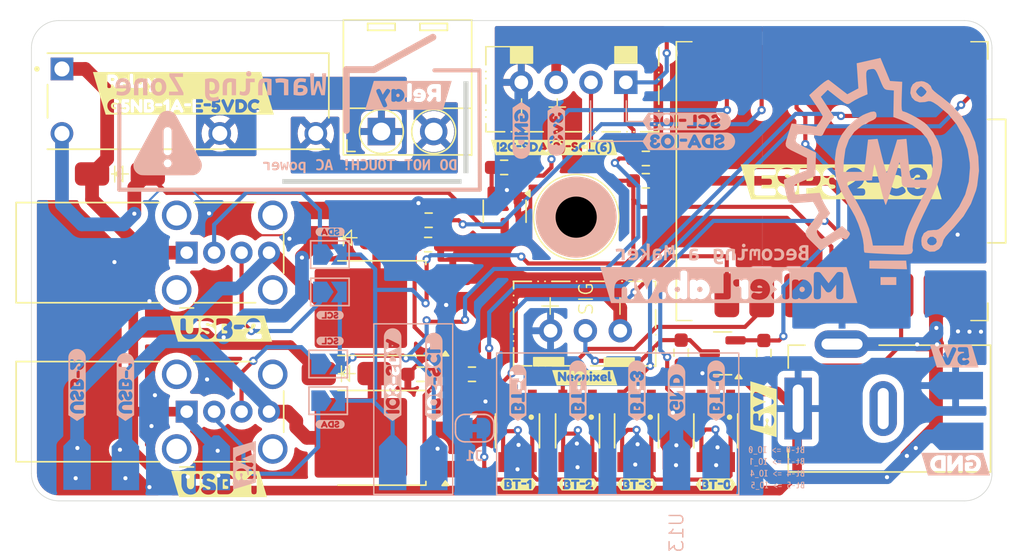
<source format=kicad_pcb>
(kicad_pcb (version 20240108) (generator "pcbnew") (generator_version "8.0")
  (layers (0 "F.Cu" signal) (31 "B.Cu" signal) (34 "B.Paste" user) (35 "F.Paste" user) (36 "B.SilkS" user "B.Silkscreen") (37 "F.SilkS" user "F.Silkscreen") (38 "B.Mask" user) (39 "F.Mask" user) (44 "Edge.Cuts" user))
  (net 0 "")
  (net 3 "GND")
  (net 4 "GPIO_10_Neopixel")
  (net 5 "GPIO_4")
  (net 6 "GPIO_21")
  (net 7 "GPIO_1")
  (net 8 "GPIO_0")
  (net 9 "GPIO_2")
  (net 10 "GPIO_20")
  (net 11 "Net-(J1-D-)")
  (net 12 "Net-(J1-D+)")
  (net 13 "Net-(D1-A)")
  (net 14 "Net-(D2-A)")
  (net 15 "Net-(D3-A)")
  (net 16 "Net-(J2-D+)")
  (net 17 "Net-(J2-D-)")
  (net 18 "GPIO_7")
  (net 19 "Net-(Q1-G)")
  (net 20 "Net-(Q2-G)")
  (net 21 "Net-(Q4-B)")
  (net 22 "3v3_Esp")
  (net 23 "Net-(J4-5V)")
  (net 24 "5v_power")
  (net 25 "Net-(SEAN_Mtiny_Terminal_3.81-Pin_2)")
  (net 26 "Net-(SEAN_Mtiny_Terminal_3.81-Pin_1)")
  (net 27 "GPIO_6-SCL")
  (net 29 "GPIO_3_SDA")
  (net 30 "GPIO_5")
  (net 39 "GND_Button")
  (footprint "Library:R_0603_1608Metric_Pad0.98x0.95mm_HandSolder" (layer "F.Cu") (at 166.375 104.225 90)
    (property "Reference" "R6" (hide yes))
    (property "Value" "10K")
  )
  (footprint "Library:R_0603_1608Metric_Pad0.98x0.95mm_HandSolder" (layer "F.Cu") (at 141.3455 105.775 180)
    (property "Reference" "R2" (hide yes))
    (property "Value" "10K" (hide yes))
  )
  (footprint "Library:R_0603_1608Metric_Pad0.98x0.95mm_HandSolder" (layer "F.Cu") (at 141.9125 96.325)
    (property "Reference" "R1" (hide yes))
    (property "Value" "10K" (hide yes))
  )
  (footprint "Library:SEAN_RELAY_HF46F" (layer "F.Cu") (at 124.425 85.875)
    (property "Reference" "K1" (hide yes))
    (property "Value" "SEAN_Relay_G5NB" (hide yes))
  )
  (footprint "Library:kibuzzard-66917505" (layer "F.Cu") (at 151.1 89.25)
    (property "Reference" "kibuzzard-66917505" (hide yes))
    (property "Value" "G***" (hide yes))
  )
  (footprint "Library:SEAN_Mtiny_Terminal_3.81" (layer "F.Cu") (at 138.5044 88.0889)
    (property "Reference" "SEAN_Mtiny_Terminal_3.81" (hide yes))
    (property "Value" "SEAN_Mtiny_Terminal_3.81")
  )
  (footprint "Library:SEAN_Diode_1N4007" (layer "F.Cu") (at 135.975 105.725)
    (property "Reference" "D2" (hide yes))
    (property "Value" "SEAN_D")
  )
  (footprint "Library:kibuzzard-66916E00" (layer "F.Cu") (at 126.675501 113.775)
    (property "Reference" "kibuzzard-66916E00" (hide yes))
    (property "Value" "G***" (hide yes))
  )
  (footprint "Library:kibuzzard-66915CF0" (layer "F.Cu") (at 172.01 91.75)
    (property "Reference" "kibuzzard-66915CF0" (hide yes))
    (property "Value" "G***" (hide yes))
  )
  (footprint "Library:SEAN_Diode_1N4007" (layer "F.Cu") (at 136.118 95.825)
    (property "Reference" "D1" (hide yes))
    (property "Value" "SEAN_D")
  )
  (footprint "Library:SEAN_Neopixel" (layer "F.Cu") (at 148.2917 102.604 90)
    (property "Reference" "J4" (hide yes))
    (property "Value" "SEAN_Neopixel")
  )
  (footprint "Library:kibuzzard-669170F7" (layer "F.Cu") (at 157.125 113.809514)
    (property "Reference" "kibuzzard-669170F7" (hide yes))
    (property "Value" "G***" (hide yes))
  )
  (footprint "Library:SEAN_MountingHole_3mm_isolated" (layer "F.Cu") (at 152.7 94.325)
    (property "Reference" "Hold_keep1" (hide yes))
    (property "Value" "MountingHole")
  )
  (footprint "Library:SEAN_Button_4.2x3.3_SMD_V1" (layer "F.Cu") (at 148.425 109.9 -90)
    (property "Reference" "S1" (hide yes))
    (property "Value" "SEAN_Button_4.2x3.3_SMD_V1" (hide yes))
  )
  (footprint "Library:SEAN_USB_A_90" (layer "F.Cu") (at 124.315 96.9125)
    (property "Reference" "J1" (hide yes))
    (property "Value" "SEAN_USB_A_90" (hide yes))
  )
  (footprint "Library:SEAN_Mtiny_I2C" (layer "F.Cu") (at 156.32 84.5015 -90)
    (property "Reference" "J5" (hide yes))
    (property "Value" "SEAN_MTINY_I2C")
  )
  (footprint "Library:kibuzzard-669170D7" (layer "F.Cu") (at 148.45 113.8)
    (property "Reference" "kibuzzard-669170D7" (hide yes))
    (property "Value" "G***" (hide yes))
  )
  (footprint "Library:SOT-23-3" (layer "F.Cu") (at 147.4875 93.9 -90)
    (property "Reference" "Q4" (hide yes))
    (property "Value" "S8050")
  )
  (footprint "Library:kibuzzard-66917101" (layer "F.Cu") (at 162.875 113.810015)
    (property "Reference" "kibuzzard-66917101" (hide yes))
    (property "Value" "G***" (hide yes))
  )
  (footprint "Library:R_0603_1608Metric_Pad0.98x0.95mm_HandSolder" (layer "F.Cu") (at 160.35 104.2 -90)
    (property "Reference" "R9" (hide yes))
    (property "Value" "10K")
  )
  (footprint "Library:R_0603_1608Metric_Pad0.98x0.95mm_HandSolder" (layer "F.Cu") (at 157.775 90.05)
    (property "Reference" "R11" (hide yes))
    (property "Value" "10K")
  )
  (footprint "Library:SEAN_USB_A_90" (layer "F.Cu") (at 124.315 108.5)
    (property "Reference" "J2" (hide yes))
    (property "Value" "SEAN_USB_A_90" (hide yes))
  )
  (footprint "Library:kibuzzard-6691741D" (layer "F.Cu") (at 166.35 108.325 90)
    (property "Reference" "kibuzzard-6691741D" (hide yes))
    (property "Value" "G***" (hide yes))
  )
  (footprint "Library:SEAN_MOSFET_AOD4184" (layer "F.Cu") (at 138.438 110.4075)
    (property "Reference" "Q2" (hide yes))
    (property "Value" "SEAN_MOSFET_AOD4184" (hide yes))
  )
  (footprint "Library:SEAN_Diode_1N4007" (layer "F.Cu") (at 119.45 91.175)
    (property "Reference" "D3" (hide yes))
    (property "Value" "SEAN_D")
  )
  (footprint "Library:SEAN_Button_4.2x3.3_SMD_V1" (layer "F.Cu") (at 157.1 109.9 -90)
    (property "Reference" "S3" (hide yes))
    (property "Value" "SEAN_Button_4.2x3.3_SMD_V1" (hide yes))
  )
  (footprint "Library:SEAN_ESP32-C3_SUPERMINI" (layer "F.Cu") (at 172.57 91.7 -90)
    (property "Reference" "U1" (hide yes))
    (property "Value" "SEAN_ESP32-C3_SUPERMINI" (hide yes))
  )
  (footprint "Library:kibuzzard-66916DF7" (layer "F.Cu") (at 126.825 102.45)
    (property "Reference" "kibuzzard-66916DF7" (hide yes))
    (property "Value" "G***" (hide yes))
  )
  (footprint "Library:kibuzzard-66916E83" (layer "F.Cu") (at 153.321582 106.028291)
    (property "Reference" "kibuzzard-66916E83" (hide yes))
    (property "Value" "G***" (hide yes))
  )
  (footprint "Library:R_0603_1608Metric_Pad0.98x0.95mm_HandSolder" (layer "F.Cu") (at 141.95 94.55)
    (property "Reference" "R4" (hide yes))
    (property "Value" "100")
  )
  (footprint "Library:kibuzzard-669170EF" (layer "F.Cu") (at 152.825 113.804507)
    (property "Reference" "kibuzzard-669170EF" (hide yes))
    (property "Value" "G***" (hide yes))
  )
  (footprint "Library:SEAN_Button_4.2x3.3_SMD_V1" (layer "F.Cu") (at 162.875 109.9 -90)
    (property "Reference" "S4" (hide yes))
    (property "Value" "SEAN_Button_4.2x3.3_SMD_V1" (hide yes))
  )
  (footprint "Library:SEAN_MOSFET_AOD4184" (layer "F.Cu") (at 138.438 100.9575)
    (property "Reference" "Q1" (hide yes))
    (property "Value" "SEAN_MOSFET_AOD4184" (hide yes))
  )
  (footprint "Library:kibuzzard-66915CB6" (layer "F.Cu") (at 124.075 85.3)
    (property "Reference" "kibuzzard-66915CB6" (hide yes))
    (property "Value" "G***" (hide yes))
  )
  (footprint "Library:SEAN_MOSFET_bss138" (layer "F.Cu") (at 163.375 104.25 180)
    (property "Reference" "Q5" (hide yes))
    (property "Value" "SEAN_MOSFET_bss138")
  )
  (footprint "Library:R_0603_1608Metric_Pad0.98x0.95mm_HandSolder" (layer "F.Cu") (at 157.775 91.675)
    (property "Reference" "R7" (hide yes))
    (property "Value" "10K")
  )
  (footprint "Library:SEAN_Button_4.2x3.3_SMD_V1" (layer "F.Cu") (at 152.8 109.9 -90)
    (property "Reference" "S2" (hide yes))
    (property "Value" "SEAN_Button_4.2x3.3_SMD_V1" (hide yes))
  )
  (footprint "Library:R_0603_1608Metric_Pad0.98x0.95mm_HandSolder" (layer "F.Cu") (at 145.1055 105.775)
    (property "Reference" "R5" (hide yes))
    (property "Value" "100")
  )
  (footprint "Library:SEAN_Jack_DC_5,5_uno_" (layer "F.Cu") (at 168.875 108.275 180)
    (property "Reference" "J3" (hide yes))
    (property "Value" "SEAN_Jack_DC_5,5_uno")
  )
  (footprint "Library:R_0603_1608Metric_Pad0.98x0.95mm_HandSolder" (layer "F.Cu") (at 147.45 90.7 180)
    (property "Reference" "R3" (hide yes))
    (property "Value" "4.7K" (hide yes))
  )
  (footprint "Library:Alert" (layer "B.Cu") (at 122.925 88.925 180)
    (property "Reference" "G***" (hide yes))
    (property "Value" "LOGO" (hide yes))
  )
  (footprint "Library:kibuzzard-66915B77" (layer "B.Cu") (at 180.25 104.45 180)
    (property "Reference" "kibuzzard-66915B77" (hide yes))
    (property "Value" "G***" (hide yes))
  )
  (footprint "Library:SEAN_Hand_Solderring" (layer "B.Cu") (at 180.35 106.6)
    (property "Reference" "U5" (hide yes))
    (property "Value" "~" (hide yes))
  )
  (footprint "Library:kibuzzard-66940CA3" (layer "B.Cu") (at 162.6 97 180)
    (property "Reference" "kibuzzard-66940CA3" (hide yes))
    (property "Value" "G***" (hide yes))
  )
  (footprint "Library:SolderJumper-2_P1.3mm_Open_TrianglePad1.0x1.5mm" (layer "B.Cu") (at 134.625 107.7)
    (property "Reference" "JP2" (hide yes))
    (property "Value" "SolderJumper_2_Open")
  )
  (footprint "Library:SEAN_Hand_Solderring" (layer "B.Cu") (at 160.0125 112.225 -90)
    (property "Reference" "U13")
    (property "Value" "~")
  )
  (footprint "Library:kibuzzard-66935D98" (layer "B.Cu") (at 134.767597 95.4 180)
    (property "Reference" "kibuzzard-66935D98" (hide yes))
    (property "Value" "G***" (hide yes))
  )
  (footprint "Library:SEAN_Hand_Solderring" (layer "B.Cu") (at 157.125 112.225 -90)
    (property "Reference" "U4" (hide yes))
    (property "Value" "~" (hide yes))
  )
  (footprint "Library:SEAN_Hand_Solderring" (layer "B.Cu") (at 142.325 112.225 -90)
    (property "Reference" "U12" (hide yes))
    (property "Value" "~")
  )
  (footprint "Library:SEAN_Hand_Solderring" (layer "B.Cu") (at 139.325 112.225 -90)
    (property "Reference" "U11" (hide yes))
    (property "Value" "~")
  )
  (footprint "Library:kibuzzard-66916D4E" (layer "B.Cu") (at 163.825 99.275 180)
    (property "Reference" "kibuzzard-66916D4E" (hide yes))
    (property "Value" "G***" (hide yes))
  )
  (footprint "Library:kibuzzard-669409A1" (layer "B.Cu") (at 145.3 111.7 180)
    (property "Reference" "kibuzzard-669409A1" (hide yes))
    (property "Value" "G***" (hide yes))
  )
  (footprint "Library:SolderJumper-2_P1.3mm_Open_TrianglePad1.0x1.5mm" (layer "B.Cu") (at 134.75 99.775)
    (property "Reference" "JP4" (hide yes))
    (property "Value" "SolderJumper_2_Open")
  )
  (footprint "Library:kibuzzard-66935E99" (layer "B.Cu") (at 126.8 84.775 180)
    (property "Reference" "kibuzzard-66935E99" (hide yes))
    (property "Value" "G***" (hide yes))
  )
  (footprint "kibuzzard-66955D8F" (layer "B.Cu") (at 151.25 88 -90)
    (property "Reference" "kibuzzard-66955D8F" (hide yes))
    (property "Value" "G***" (hide yes))
  )
  (footprint "Library:kibuzzard-66920A01" (layer "B.Cu") (at 160.0125 107.106497 90)
    (property "Reference" "kibuzzard-66920A01" (hide yes))
    (property "Value" "G***" (hide yes))
  )
  (footprint "Library:SEAN_Hand_Solderring" (layer "B.Cu") (at 162.9 112.225 -90)
    (property "Reference" "U2" (hide yes))
    (property "Value" "~")
  )
  (footprint "Library:SEAN_Hand_Solderring" (layer "B.Cu") (at 148.45 112.225 -90)
    (property "Reference" "U6" (hide yes))
    (property "Value" "~" (hide yes))
  )
  (footprint "Library:SolderJumper-2_P1.3mm_Open_TrianglePad1.0x1.5mm" (layer "B.Cu") (at 134.75 97.05)
    (property "Reference" "JP3" (hide yes))
    (property "Value" "SolderJumper_2_Open")
  )
  (footprint "Library:ONLY_LOGO_MAKERLAB" (layer "B.Cu") (at 174.975 91.025 180)
    (property "Reference" "G***" (hide yes))
    (property "Value" "LOGO" (hide yes))
  )
  (footprint "Library:kibuzzard-66938FC6" (layer "B.Cu") (at 136.925 90.6 180)
    (property "Reference" "kibuzzard-66938FC6" (hide yes))
    (property "Value" "G***" (hide yes))
  )
  (footprint "Library:SolderJumper-2_P1.3mm_Open_TrianglePad1.0x1.5mm" (layer "B.Cu") (at 134.625 105.025)
    (property "Reference" "JP1" (hide yes))
    (property "Value" "SolderJumper_2_Open")
  )
  (footprint "Library:kibuzzard-66935DA9" (layer "B.Cu") (at 134.767597 101.475 180)
    (property "Reference" "kibuzzard-66935DA9" (hide yes))
    (property "Value" "G***" (hide yes))
  )
  (footprint "Library:SEAN_Hand_Solderring" (layer "B.Cu") (at 119.85 112.225 -90)
    (property "Reference" "U9" (hide yes))
    (property "Value" "~" (hide yes))
  )
  (footprint "Library:SolderJumper-2_P1.3mm_Bridged_RoundedPad1.0x1.5mm" (layer "B.Cu") (at 145.3 109.7 180)
    (property "Reference" "JP5" (hide yes))
    (property "Value" "SolderJumper_2_Bridged")
  )
  (footprint "Library:kibuzzard-66915B67" (layer "B.Cu") (at 180.35 112.325 180)
    (property "Reference" "kibuzzard-66915B67" (hide yes))
    (property "Value" "G***" (hide yes))
  )
  (footprint "Library:kibuzzard-66940ABD" (layer "B.Cu") (at 148.45 107.130699 90)
    (property "Reference" "kibuzzard-66940ABD" (hide yes))
    (property "Value" "G***" (hide yes))
  )
  (footprint "Library:kibuzzard-66915BCA" (layer "B.Cu") (at 119.85 106.70521 90)
    (property "Reference" "kibuzzard-66915BCA" (hide yes))
    (property "Value" "G***" (hide yes))
  )
  (footprint "Library:kibuzzard-669206A7" (layer "B.Cu") (at 142.325 105.966416 90)
    (property "Reference" "kibuzzard-669206A7" (hide yes))
    (property "Value" "G***" (hide yes))
  )
  (footprint "kibuzzard-66955DC3" (layer "B.Cu") (at 160.75 87.35 180)
    (property "Reference" "kibuzzard-66955DC3" (hide yes))
    (property "Value" "G***" (hide yes))
  )
  (footprint "Library:SEAN_Hand_Solderring" (layer "B.Cu") (at 152.825 112.225 -90)
    (property "Reference" "U7" (hide yes))
    (property "Value" "~" (hide yes))
  )
  (footprint "kibuzzard-66955DD0" (layer "B.Cu") (at 160.902599 88.8 180)
    (property "Reference" "kibuzzard-66955DD0" (hide yes))
    (property "Value" "G***" (hide yes))
  )
  (footprint "Library:kibuzzard-66917287" (layer "B.Cu") (at 128.525 112.4 90)
    (property "Reference" "kibuzzard-66917287" (hide yes))
    (property "Value" "G***" (hide yes))
  )
  (footprint "Library:kibuzzard-66935D98" (layer "B.Cu") (at 134.767597 109.425 180)
    (property "Reference" "kibuzzard-66935D98" (hide yes))
    (property "Value" "G***" (hide yes))
  )
  (footprint "Library:SEAN_Hand_Solderring" (layer "B.Cu") (at 180.375 110.3)
    (property "Reference" "U8" (hide yes))
    (property "Value" "~" (hide yes))
  )
  (footprint "Library:SEAN_Hand_Solderring" (layer "B.Cu") (at 126.475 112.225 -90)
    (property "Reference" "U3" (hide yes))
    (property "Value" "~")
  )
  (footprint "Library:kibuzzard-66920690" (layer "B.Cu") (at 139.325 105.801657 90)
    (property "Reference" "kibuzzard-66920690" (hide yes))
    (property "Value" "G***" (hide yes))
  )
  (footprint "kibuzzard-66955D41" (layer "B.Cu") (at 148.7 88 -90)
    (property "Reference" "kibuzzard-66955D41" (hide yes))
    (property "Value" "G***" (hide yes))
  )
  (footprint "Library:kibuzzard-66915A71" (layer "B.Cu") (at 162.9 106.975 90)
    (property "Reference" "kibuzzard-66915A71" (hide yes))
    (property "Value" "G***" (hide yes))
  )
  (footprint "Library:kibuzzard-66940BD0" (layer "B.Cu") (at 167.3 112.6 180)
    (property "Reference" "kibuzzard-66940BD0" (hide yes))
    (property "Value" "G***" (hide yes))
  )
  (footprint "Library:SEAN_Hand_Solderring" (layer "B.Cu") (at 116.325 112.2 -90)
    (property "Reference" "U10" (hide yes))
    (property "Value" "~" (hide yes))
  )
  (footprint "Library:kibuzzard-66916FF3" (layer "B.Cu") (at 140.475 85.45 180)
    (property "Reference" "kibuzzard-66916FF3" (hide yes))
    (property "Value" "G***" (hide yes))
  )
  (footprint "Library:kibuzzard-66915BD3" (layer "B.Cu") (at 116.325 106.555711 90)
    (property "Reference" "kibuzzard-66915BD3" (hide yes))
    (property "Value" "G***" (hide yes))
  )
  (footprint "Library:kibuzzard-66915A63" (layer "B.Cu") (at 152.825 106.975835 90)
    (property "Reference" "kibuzzard-66915A63" (hide yes))
    (property "Value" "G***" (hide yes))
  )
  (footprint "Library:kibuzzard-66915A6A" (layer "B.Cu") (at 157.125 106.975596 90)
    (property "Reference" "kibuzzard-66915A6A" (hide yes))
    (property "Value" "G***" (hide yes))
  )
  (footprint "Library:kibuzzard-66935DA9" (layer "B.Cu") (at 134.767597 103.35 180)
    (property "Reference" "kibuzzard-66935DA9" (hide yes))
    (property "Value" "G***" (hide yes))
  )
  (gr_line (start 119.409375 86.175) (end 119.4 92.325) (stroke (width 0.3)) (layer "B.SilkS"))
  (gr_line (start 156.35 87.35) (end 156.35 85.85) (stroke (width 0.1)) (layer "B.SilkS"))
  (gr_line (start 137.9625 83.575) (end 142.25625 81.2125) (stroke (width 0.5)) (layer "B.SilkS"))
  (gr_line (start 157.535531 88.785547) (end 153.764469 88.814453) (stroke (width 0.1)) (layer "B.SilkS"))
  (gr_rect (start 146.9 104.225) (end 164.55 114.55) (stroke (width 0.1)) (fill none) (layer "B.SilkS"))
  (gr_line (start 135.95 83.575) (end 137.9625 83.575) (stroke (width 0.5)) (layer "B.SilkS"))
  (gr_line (start 142.36875 83.625) (end 145.65 83.625) (stroke (width 0.3)) (layer "B.SilkS"))
  (gr_line (start 119.4 92.325) (end 145.625 92.325) (stroke (width 0.3)) (layer "B.SilkS"))
  (gr_line (start 157.521062 87.35) (end 156.35 87.35) (stroke (width 0.1)) (layer "B.SilkS"))
  (gr_line (start 153.764469 88.814453) (end 153.75 85.85) (stroke (width 0.1)) (layer "B.SilkS"))
  (gr_line (start 145.65 83.625) (end 145.68125 92.325) (stroke (width 0.3)) (layer "B.SilkS"))
  (gr_rect (start 137.95 102.1) (end 143.7 114.525) (stroke (width 0.1)) (fill none) (layer "B.SilkS"))
  (gr_line (start 135.95 83.575) (end 135.95 88) (stroke (width 0.5)) (layer "B.SilkS"))
  (gr_arc (start 183 113) (mid 182.414214 114.414214) (end 181 115) (stroke (width 0.05)) (layer "Edge.Cuts"))
  (gr_poly (pts (xy 144.475 84.420468) (xy 144.85 84.420468) (xy 144.85 91.125) (xy 144.475 91.125)) (fill solid) (layer "Edge.Cuts"))
  (gr_arc (start 113 82) (mid 113.585786 80.585786) (end 115 80) (stroke (width 0.05)) (layer "Edge.Cuts"))
  (gr_arc (start 181 80) (mid 182.414214 80.585786) (end 183 82) (stroke (width 0.05)) (layer "Edge.Cuts"))
  (gr_poly (pts (xy 131.279056 91.54973) (xy 144.35 91.54973) (xy 144.35 91.9) (xy 131.279056 91.9)) (fill solid) (layer "Edge.Cuts"))
  (gr_line (start 181 115) (end 115 115) (stroke (width 0.05)) (layer "Edge.Cuts"))
  (gr_arc (start 115 115) (mid 113.585786 114.414214) (end 113 113) (stroke (width 0.05)) (layer "Edge.Cuts"))
  (gr_line (start 183 82) (end 183 113) (stroke (width 0.05)) (layer "Edge.Cuts"))
  (gr_line (start 113 113) (end 113 82) (stroke (width 0.05)) (layer "Edge.Cuts"))
  (gr_line (start 115 80) (end 181 80) (stroke (width 0.05)) (layer "Edge.Cuts"))
  (segment (start 142.825 96.325) (end 145.975 96.325) (width 1) (layer "F.Cu") (net 3))
  (segment (start 172.075 103.575) (end 172 103.65) (width 1) (layer "F.Cu") (net 3))
  (segment (start 178.92 99.32) (end 178.92 103.52) (width 1) (layer "F.Cu") (net 3))
  (segment (start 179 103.6) (end 177.55 103.6) (width 1) (layer "F.Cu") (net 3))
  (segment (start 141.633 104.575) (end 140.433 105.775) (width 0.3) (layer "F.Cu") (net 3))
  (segment (start 146.825 97.175) (end 146.825 97.85) (width 1) (layer "F.Cu") (net 3))
  (segment (start 144.589945 100.724995) (end 145.608332 101.743382) (width 0.3) (layer "F.Cu") (net 3))
  (segment (start 128.65 94.75) (end 129.5425 95.6425) (width 0.15) (layer "F.Cu") (net 3))
  (segment (start 178.92 103.52) (end 179 103.6) (width 1) (layer "F.Cu") (net 3))
  (segment (start 145.9975 98.6775) (end 143.708 98.6775) (width 1) (layer "F.Cu") (net 3))
  (segment (start 146.825 97.85) (end 148.65 99.675) (width 1) (layer "F.Cu") (net 3))
  (segment (start 154.65 99.675) (end 155.9117 100.9367) (width 1) (layer "F.Cu") (net 3))
  (segment (start 178.92 99.32) (end 178.92 102.205) (width 1) (layer "F.Cu") (net 3))
  (segment (start 143.708 108.1275) (end 145.720777 108.1275) (width 1) (layer "F.Cu") (net 3))
  (segment (start 125.95 94.05) (end 126.65 94.75) (width 0.15) (layer "F.Cu") (net 3))
  (segment (start 148.65 99.675) (end 154.65 99.675) (width 1) (layer "F.Cu") (net 3))
  (segment (start 145.975 96.325) (end 146.825 97.175) (width 1) (layer "F.Cu") (net 3))
  (segment (start 131.5425 95.6425) (end 131.8 95.9) (width 0.15) (layer "F.Cu") (net 3))
  (segment (start 143.225 99.1605) (end 143.708 98.6775) (width 1) (layer "F.Cu") (net 3))
  (segment (start 145.125 104.575) (end 141.633 104.575) (width 0.3) (layer "F.Cu") (net 3))
  (segment (start 129.5425 95.6425) (end 131.5425 95.6425) (width 0.15) (layer "F.Cu") (net 3))
  (segment (start 178.92 109.605) (end 176.8 111.725) (width 1) (layer "F.Cu") (net 3))
  (segment (start 179 103.6) (end 178.92 103.68) (width 1) (layer "F.Cu") (net 3))
  (segment (start 145.608332 104.091668) (end 145.125 104.575) (width 0.3) (layer "F.Cu") (net 3))
  (segment (start 143.225 100.724995) (end 144.589945 100.724995) (width 0.3) (layer "F.Cu") (net 3))
  (segment (start 143.225 100.724995) (end 143.225 99.1605) (width 1) (layer "F.Cu") (net 3))
  (segment (start 145.608332 101.743382) (end 145.608332 104.091668) (width 0.3) (layer "F.Cu") (net 3))
  (segment (start 126.65 94.75) (end 128.65 94.75) (width 0.15) (layer "F.Cu") (net 3))
  (segment (start 148.024994 92.349994) (end 147.65 92.349994) (width 0.3) (layer "F.Cu") (net 3))
  (segment (start 155.9117 100.9367) (end 155.9117 102.604) (width 1) (layer "F.Cu") (net 3))
  (segment (start 145.720777 108.1275) (end 146.089676 107.758601) (width 1) (layer "F.Cu") (net 3))
  (segment (start 146.825 97.85) (end 145.9975 98.6775) (width 1) (layer "F.Cu") (net 3))
  (segment (start 178.92 103.68) (end 178.92 109.605) (width 1) (layer "F.Cu") (net 3))
  (segment (start 148.4375 92.7625) (end 148.024994 92.349994) (width 0.3) (layer "F.Cu") (net 3))
  (via (at 159.750002 108.575) (size 0.6) (drill 0.3) (layers "F.Cu" "B.Cu") (net 3))
  (via (at 180.5 95.6) (size 0.6) (drill 0.3) (layers "F.Cu" "B.Cu") (net 3))
  (via (at 122 107.3) (size 0.6) (drill 0.3) (layers "F.Cu" "B.Cu") (net 3))
  (via (at 160 110.95) (size 0.6) (drill 0.3) (layers "F.Cu" "B.Cu") (net 3))
  (via (at 125.8 106.15) (size 0.6) (drill 0.3) (layers "F.Cu" "B.Cu") (net 3))
  (via (at 125.95 94.05) (size 0.6) (drill 0.3) (layers "F.Cu" "B.Cu") (net 3))
  (via (at 178.95 102.4) (size 0.6) (drill 0.3) (layers "F.Cu" "B.Cu") (net 3))
  (via (at 121.6 100.45) (size 0.6) (drill 0.3) (layers "F.Cu" "B.Cu") (net 3))
  (via (at 179 103.6) (size 0.6) (drill 0.3) (layers "F.Cu" "B.Cu") (net 3))
  (via (at 131.8 95.9) (size 0.6) (drill 0.3) (layers "F.Cu" "B.Cu") (net 3))
  (via (at 175.350012 113.275) (size 0.6) (drill 0.3) (layers "F.Cu" "B.Cu") (net 3))
  (via (at 121.75 109.55) (size 0.6) (drill 0.3) (layers "F.Cu" "B.Cu") (net 3))
  (via (at 177.45 111.15) (size 0.6) (drill 0.3) (layers "F.Cu" "B.Cu") (net 3))
  (via (at 119.05 97.6) (size 0.6) (drill 0.3) (layers "F.Cu" "B.Cu") (net 3))
  (via (at 176.8 111.725) (size 0.6) (drill 0.3) (layers "F.Cu" "B.Cu") (net 3))
  (via (at 121.6 114) (size 0.6) (drill 0.3) (layers "F.Cu" "B.Cu") (net 3))
  (via (at 143.225 100.724995) (size 0.6) (drill 0.3) (layers "F.Cu" "B.Cu") (net 3))
  (via (at 141.204757 93.303829) (size 0.6) (drill 0.3) (layers "F.Cu" "B.Cu") (net 3))
  (via (at 177.55 103.6) (size 0.6) (drill 0.3) (layers "F.Cu" "B.Cu") (net 3))
  (via (at 143.225 100.724995) (size 0.6) (drill 0.3) (layers "F.Cu" "B.Cu") (net 3))
  (via (at 146.089676 107.758601) (size 0.6) (drill 0.3) (layers "F.Cu" "B.Cu") (net 3))
  (via (at 159.975 112.4) (size 0.6) (drill 0.3) (layers "F.Cu" "B.Cu") (net 3))
  (via (at 147.65 92.349994) (size 0.6) (drill 0.3) (layers "F.Cu" "B.Cu") (net 3))
  (via (at 124.4 113.25) (size 0.6) (drill 0.3) (layers "F.Cu" "B.Cu") (net 3))
  (segment (start 140.25 94.258586) (end 140.25 97.569365) (width 1) (layer "B.Cu") (net 3))
  (segment (start 172.075 103.575) (end 178.175 103.575) (width 1) (layer "B.Cu") (net 3))
  (segment (start 143.225 103.525) (end 146.327 106.627) (width 1) (layer "B.Cu") (net 3))
  (segment (start 165.55 108.775) (end 165.35 108.575) (width 1) (layer "B.Cu") (net 3))
  (segment (start 160 112.375) (end 159.975 112.4) (width 1) (layer "B.Cu") (net 3))
  (segment (start 155.225 108.575) (end 159.374999 108.575001) (width 1) (layer "B.Cu") (net 3))
  (segment (start 159.374999 108.575001) (end 159.675003 108.575001) (width 0.3) (layer "B.Cu") (net 3))
  (segment (start 150.174998 108.55) (end 150.224999 108.600001) (width 1) (layer "B.Cu") (net 3))
  (segment (start 178.325012 110.3) (end 177.475012 111.15) (width 1) (layer "B.Cu") (net 3))
  (segment (start 178.175 103.575) (end 178.95 102.8) (width 1) (layer "B.Cu") (net 3))
  (segment (start 148.25 108.55) (end 150.174998 108.55) (width 1) (layer "B.Cu") (net 3))
  (segment (start 124.75 92.4) (end 122.3 92.4) (width 0.15) (layer "B.Cu") (net 3))
  (segment (start 141.204757 93.303829) (end 141.350928 93.45) (width 1) (layer "B.Cu") (net 3))
  (segment (start 141.204757 93.303829) (end 140.25 94.258586) (width 1) (layer "B.Cu") (net 3))
  (segment (start 141.350928 93.45) (end 146.55 93.45) (width 1) (layer "B.Cu") (net 3))
  (segment (start 125.95 93.6) (end 124.75 92.4) (width 0.15) (layer "B.Cu") (net 3))
  (segment (start 180.375 110.3) (end 178.325012 110.3) (width 1) (layer "B.Cu") (net 3))
  (segment (start 143.225 100.724995) (end 143.225 103.525) (width 1) (layer "B.Cu") (net 3))
  (segment (start 150.224999 108.600001) (end 150.749999 108.600001) (width 0.3) (layer "B.Cu") (net 3))
  (segment (start 155.225 108.575) (end 155.2 108.55) (width 1) (layer "B.Cu") (net 3))
  (segment (start 146.55 93.45) (end 148.7 91.3) (width 1) (layer "B.Cu") (net 3))
  (segment (start 125.95 94.05) (end 125.95 93.6) (width 0.15) (layer "B.Cu") (net 3))
  (segment (start 177.45 111.15) (end 177.45 111.175012) (width 1) (layer "B.Cu") (net 3))
  (segment (start 160 108.575001) (end 159.374999 108.575001) (width 1) (layer "B.Cu") (net 3))
  (segment (start 150.749999 108.600001) (end 150.75 108.6) (width 0.3) (layer "B.Cu") (net 3))
  (segment (start 166.975 113.275) (end 175.350012 113.275) (width 1) (layer "B.Cu") (net 3))
  (segment (start 121.625 93.075) (end 121.625 95.025) (width 0.15) (layer "B.Cu") (net 3))
  (segment (start 177.475012 111.15) (end 177.45 111.15) (width 1) (layer "B.Cu") (net 3))
  (segment (start 160.0125 112.225) (end 160.0125 112.3625) (width 1) (layer "B.Cu") (net 3))
  (segment (start 165.55 111.85) (end 165.55 108.775) (width 1) (layer "B.Cu") (net 3))
  (segment (start 165.35 108.575) (end 160 108.575001) (width 1) (layer "B.Cu") (net 3))
  (segment (start 146.327 107.521277) (end 146.089676 107.758601) (width 1) (layer "B.Cu") (net 3))
  (segment (start 140.25 97.569365) (end 143.225 100.544365) (width 1) (layer "B.Cu") (net 3))
  (segment (start 160.0125 108.587501) (end 160 108.575001) (width 1) (layer "B.Cu") (net 3))
  (segment (start 121.625 95.025) (end 119.05 97.6) (width 0.15) (layer "B.Cu") (net 3))
  (segment (start 146.327 106.627) (end 148.25 108.55) (width 1) (layer "B.Cu") (net 3))
  (segment (start 177.45 111.175012) (end 175.350012 113.275) (width 1) (layer "B.Cu") (net 3))
  (segment (start 165.55 111.85) (end 166.975 113.275) (width 1) (layer "B.Cu") (net 3))
  (segment (start 148.7 91.3) (end 148.7 84.5015) (width 1) (layer "B.Cu") (net 3))
  (segment (start 160.0125 112.3625) (end 159.975 112.4) (width 1) (layer "B.Cu") (net 3))
  (segment (start 160 110.95) (end 160.0125 108.587501) (width 1) (layer "B.Cu") (net 3))
  (segment (start 143.225 100.544365) (end 143.225 100.724995) (width 1) (layer "B.Cu") (net 3))
  (segment (start 122.3 92.4) (end 121.625 93.075) (width 0.15) (layer "B.Cu") (net 3))
  (segment (start 178.95 102.8) (end 178.95 102.4) (width 1) (layer "B.Cu") (net 3))
  (segment (start 155.2 108.55) (end 150.275 108.55) (width 1) (layer "B.Cu") (net 3))
  (segment (start 150.275 108.55) (end 150.224999 108.600001) (width 1) (layer "B.Cu") (net 3))
  (segment (start 159.675003 108.575001) (end 159.750002 108.65) (width 0.3) (layer "B.Cu") (net 3))
  (segment (start 160 110.95) (end 160 112.375) (width 1) (layer "B.Cu") (net 3))
  (segment (start 155.225 108.575) (end 154.95 108.575) (width 0.3) (layer "B.Cu") (net 3))
  (segment (start 146.327 106.627) (end 146.327 107.521277) (width 1) (layer "B.Cu") (net 3))
  (segment (start 169.4 89) (end 169.4 87) (width 0.3) (layer "F.Cu") (net 4))
  (segment (start 164.3125 103.3) (end 166.3625 103.3) (width 0.3) (layer "F.Cu") (net 4))
  (segment (start 168.76 86.36) (end 168.76 84.08) (width 0.3) (layer "F.Cu") (net 4))
  (segment (start 169.4 87) (end 168.76 86.36) (width 0.3) (layer "F.Cu") (net 4))
  (segment (start 166.3625 103.3) (end 166.375 103.3125) (width 0.3) (layer "F.Cu") (net 4))
  (segment (start 166.375 103.3125) (end 167.4875 103.3125) (width 0.3) (layer "F.Cu") (net 4))
  (segment (start 167.4875 103.3125) (end 167.8 103) (width 0.3) (layer "F.Cu") (net 4))
  (via (at 167.8 103) (size 0.6) (drill 0.3) (layers "F.Cu" "B.Cu") (net 4))
  (via (at 169.4 89) (size 0.6) (drill 0.3) (layers "F.Cu" "B.Cu") (net 4))
  (segment (start 167.8 103) (end 167.8 99.4) (width 0.3) (layer "B.Cu") (net 4))
  (segment (start 167.8 99.4) (end 171.8 95.4) (width 0.3) (layer "B.Cu") (net 4))
  (segment (start 171.8 95.4) (end 171.8 91.4) (width 0.3) (layer "B.Cu") (net 4))
  (segment (start 171.8 91.4) (end 169.4 89) (width 0.3) (layer "B.Cu") (net 4))
  (segment (start 173.84 97.44) (end 171 94.6) (width 0.3) (layer "F.Cu") (net 5))
  (segment (start 161.825 110.1) (end 162.125002 109.799998) (width 0.3) (layer "F.Cu") (net 5))
  (segment (start 161.825 109.75) (end 161.825 110.1) (width 0.3) (layer "F.Cu") (net 5))
  (segment (start 171 94.6) (end 170.8 94.6) (width 0.3) (layer "F.Cu") (net 5))
  (segment (start 161.825 112.15) (end 161.8 112.175) (width 0.3) (layer "F.Cu") (net 5))
  (segment (start 161.8 107.625) (end 161.825 107.65) (width 0.3) (layer "F.Cu") (net 5))
  (segment (start 159.333103 104.523051) (end 159.333103 106.833103) (width 0.3) (layer "F.Cu") (net 5))
  (segment (start 162.125002 109.799998) (end 162.85 109.799998) (width 0.3) (layer "F.Cu") (net 5))
  (segment (start 159.333103 106.833103) (end 161.825 109.325) (width 0.3) (layer "F.Cu") (net 5))
  (segment (start 161.825 107.65) (end 161.825 109.75) (width 0.3) (layer "F.Cu") (net 5))
  (segment (start 161.825 110.1) (end 161.825 112.15) (width 0.3) (layer "F.Cu") (net 5))
  (segment (start 161.825 109.325) (end 161.825 109.75) (width 0.3) (layer "F.Cu") (net 5))
  (segment (start 173.84 99.32) (end 173.84 97.44) (width 0.3) (layer "F.Cu") (net 5))
  (via (at 159.333103 104.523051) (size 0.6) (drill 0.3) (layers "F.Cu" "B.Cu") (net 5))
  (via (at 163 111.1) (size 0.6) (drill 0.3) (layers "F.Cu" "B.Cu") (net 5))
  (via (at 162.9 112.4) (size 0.6) (drill 0.3) (layers "F.Cu" "B.Cu") (net 5))
  (via (at 170.8 94.6) (size 0.6) (drill 0.3) (layers "F.Cu" "B.Cu") (net 5))
  (via (at 162.85 109.799998) (size 0.6) (drill 0.3) (layers "F.Cu" "B.Cu") (net 5))
  (segment (start 159.333103 104.523051) (end 158.825 104.014948) (width 0.3) (layer "B.Cu") (net 5))
  (segment (start 163 111.1) (end 162.9 111) (width 0.3) (layer "B.Cu") (net 5))
  (segment (start 162.9 111) (end 162.9 109.849998) (width 0.3) (layer "B.Cu") (net 5))
  (segment (start 162.9 109.849998) (end 162.85 109.799998) (width 0.3) (layer "B.Cu") (net 5))
  (segment (start 158.825 104.014948) (end 158.825 98.475) (width 0.3) (layer "B.Cu") (net 5))
  (segment (start 162.7 94.6) (end 170.8 94.6) (width 0.3) (layer "B.Cu") (net 5))
  (segment (start 162.9 112.225) (end 162.9 111.2) (width 0.3) (layer "B.Cu") (net 5))
  (segment (start 162.9 111.2) (end 163 111.1) (width 0.3) (layer "B.Cu") (net 5))
  (segment (start 158.825 98.475) (end 162.7 94.6) (width 0.3) (layer "B.Cu") (net 5))
  (segment (start 163.68 86.355) (end 163.7 86.375) (width 0.3) (layer "F.Cu") (net 6))
  (segment (start 148.9625 91.3) (end 150.3 91.3) (width 0.3) (layer "F.Cu") (net 6))
  (segment (start 148.3625 90.7) (end 148.9625 91.3) (width 0.3) (layer "F.Cu") (net 6))
  (segment (start 150.3 91.3) (end 150.9 90.7) (width 0.3) (layer "F.Cu") (net 6))
  (segment (start 163.68 84.08) (end 163.68 86.355) (width 0.3) (layer "F.Cu") (net 6))
  (segment (start 150.9 90.7) (end 150.9 90.1) (width 0.3) (layer "F.Cu") (net 6))
  (via (at 163.690004 86.525) (size 0.6) (drill 0.3) (layers "F.Cu" "B.Cu") (net 6))
  (via (at 150.9 90.1) (size 0.6) (drill 0.3) (layers "F.Cu" "B.Cu") (net 6))
  (segment (start 152.15 86.525) (end 150.9 87.775) (width 0.3) (layer "B.Cu") (net 6))
  (segment (start 150.9 87.775) (end 150.9 90.1) (width 0.3) (layer "B.Cu") (net 6))
  (segment (start 163.690004 86.525) (end 152.15 86.525) (width 0.3) (layer "B.Cu") (net 6))
  (segment (start 166.22 99.32) (end 166.22 101.105) (width 0.3) (layer "F.Cu") (net 7))
  (segment (start 151.75 107.65) (end 151.75 110.1) (width 0.3) (layer "F.Cu") (net 7))
  (segment (start 165 102.325) (end 158.55 102.325) (width 0.3) (layer "F.Cu") (net 7))
  (segment (start 152.575 110.1) (end 152.825 109.85) (width 0.3) (layer "F.Cu") (net 7))
  (segment (start 166.22 101.105) (end 165 102.325) (width 0.3) (layer "F.Cu") (net 7))
  (segment (start 158.55 102.325) (end 156.95 103.925) (width 0.3) (layer "F.Cu") (net 7))
  (segment (start 151.75 110.1) (end 152.575 110.1) (width 0.3) (layer "F.Cu") (net 7))
  (segment (start 151.725 105.81005) (end 151.725 107.625) (width 0.3) (layer "F.Cu") (net 7))
  (segment (start 156.95 103.925) (end 153.61005 103.925) (width 0.3) (layer "F.Cu") (net 7))
  (segment (start 151.75 112.15) (end 151.725 112.175) (width 0.3) (layer "F.Cu") (net 7))
  (segment (start 151.725 107.625) (end 151.75 107.65) (width 0.3) (layer "F.Cu") (net 7))
  (segment (start 153.61005 103.925) (end 151.725 105.81005) (width 0.3) (layer "F.Cu") (net 7))
  (segment (start 151.75 110.1) (end 151.75 112.15) (width 0.3) (layer "F.Cu") (net 7))
  (via (at 152.825 109.85) (size 0.6) (drill 0.3) (layers "F.Cu" "B.Cu") (net 7))
  (via (at 152.75 110.825) (size 0.6) (drill 0.3) (layers "F.Cu" "B.Cu") (net 7))
  (via (at 152.8 112.55) (size 0.6) (drill 0.3) (layers "F.Cu" "B.Cu") (net 7))
  (segment (start 152.825 112.225) (end 152.825 110.9) (width 0.3) (layer "B.Cu") (net 7))
  (segment (start 152.825 110.75) (end 152.825 109.85) (width 0.3) (layer "B.Cu") (net 7))
  (segment (start 152.825 110.9) (end 152.75 110.825) (width 0.3) (layer "B.Cu") (net 7))
  (segment (start 152.75 110.825) (end 152.825 110.75) (width 0.3) (layer "B.Cu") (net 7))
  (segment (start 163.675 99.315) (end 163.675 97.175) (width 0.3) (layer "F.Cu") (net 8))
  (segment (start 147.35 107.625) (end 147.375 107.65) (width 0.3) (layer "F.Cu") (net 8))
  (segment (start 147.375 107.65) (end 147.375 109.925) (width 0.3) (layer "F.Cu") (net 8))
  (segment (start 163.68 99.32) (end 163.675 99.315) (width 0.3) (layer "F.Cu") (net 8))
  (segment (start 148.375 109.925) (end 148.45 109.85) (width 0.3) (layer "F.Cu") (net 8))
  (segment (start 147.375 109.925) (end 147.375 112.15) (width 0.3) (layer "F.Cu") (net 8))
  (segment (start 147.35 106.35) (end 148 105.7) (width 0.3) (layer "F.Cu") (net 8))
  (segment (start 147.35 107.625) (end 147.35 106.35) (width 0.3) (layer "F.Cu") (net 8))
  (segment (start 163.675 97.175) (end 159.575 97.175) (width 0.3) (layer "F.Cu") (net 8))
  (segment (start 159.575 97.175) (end 156.95 99.8) (width 0.3) (layer "F.Cu") (net 8))
  (segment (start 147.375 109.925) (end 148.375 109.925) (width 0.3) (layer "F.Cu") (net 8))
  (segment (start 147.375 112.15) (end 147.35 112.175) (width 0.3) (layer "F.Cu") (net 8))
  (via (at 148.45 109.85) (size 0.6) (drill 0.3) (layers "F.Cu" "B.Cu") (net 8))
  (via (at 156.95 99.8) (size 0.6) (drill 0.3) (layers "F.Cu" "B.Cu") (net 8))
  (via (at 148.5 110.925) (size 0.6) (drill 0.3) (layers "F.Cu" "B.Cu") (net 8))
  (via (at 148.425 112.7) (size 0.6) (drill 0.3) (layers "F.Cu" "B.Cu") (net 8))
  (via (at 148 105.7) (size 0.6) (drill 0.3) (layers "F.Cu" "B.Cu") (net 8))
  (segment (start 148.45 110.875) (end 148.45 109.85) (width 0.3) (layer "B.Cu") (net 8))
  (segment (start 148.45 110.975) (end 148.5 110.925) (width 0.3) (layer "B.Cu") (net 8))
  (segment (start 148.45 112.225) (end 148.45 110.975) (width 0.3) (layer "B.Cu") (net 8))
  (segment (start 149.062594 100.3) (end 148 101.362594) (width 0.3) (layer "B.Cu") (net 8))
  (segment (start 156.95 99.8) (end 156.45 100.3) (width 0.3) (layer "B.Cu") (net 8))
  (segment (start 156.45 100.3) (end 149.062594 100.3) (width 0.3) (layer "B.Cu") (net 8))
  (segment (start 148.5 110.925) (end 148.45 110.875) (width 0.3) (layer "B.Cu") (net 8))
  (segment (start 148 101.362594) (end 148 105.7) (width 0.3) (layer "B.Cu") (net 8))
  (segment (start 166.215009 84.084991) (end 166.215009 86.524995) (width 0.3) (layer "F.Cu") (net 10))
  (segment (start 142.8625 94.55) (end 144.137075 94.55) (width 0.3) (layer "F.Cu") (net 10))
  (segment (start 166.22 84.08) (end 166.215009 84.084991) (width 0.3) (layer "F.Cu") (net 10))
  (segment (start 144.137075 94.55) (end 144.437075 94.85) (width 0.3) (layer "F.Cu") (net 10))
  (via (at 144.437075 94.85) (size 0.6) (drill 0.3) (layers "F.Cu" "B.Cu") (net 10))
  (via (at 166.215009 86.524995) (size 0.6) (drill 0.3) (layers "F.Cu" "B.Cu") (net 10))
  (segment (start 166.215009 86.524995) (end 165.190004 87.55) (width 0.3) (layer "B.Cu") (net 10))
  (segment (start 165.190004 87.55) (end 154.53995 87.55) (width 0.3) (layer "B.Cu") (net 10))
  (segment (start 154.53995 87.55) (end 147.23995 94.85) (width 0.3) (layer "B.Cu") (net 10))
  (segment (start 147.23995 94.85) (end 144.437075 94.85) (width 0.3) (layer "B.Cu") (net 10))
  (segment (start 126.315 94.875194) (end 128.690194 92.5) (width 0.3) (layer "B.Cu") (net 11))
  (segment (start 134.025 93.849281) (end 134.025 97.05) (width 0.3) (layer "B.Cu") (net 11))
  (segment (start 132.675719 92.5) (end 134.025 93.849281) (width 0.3) (layer "B.Cu") (net 11))
  (segment (start 128.690194 92.5) (end 132.675719 92.5) (width 0.3) (layer "B.Cu") (net 11))
  (segment (start 126.315 96.9125) (end 126.315 94.875194) (width 0.3) (layer "B.Cu") (net 11))
  (segment (start 128.315 101.915) (end 129.02363 102.62363) (width 0.3) (layer "F.Cu") (net 12))
  (segment (start 128.315 96.9125) (end 128.315 101.915) (width 0.3) (layer "F.Cu") (net 12))
  (via (at 129.02363 102.62363) (size 0.6) (drill 0.3) (layers "F.Cu" "B.Cu") (net 12))
  (segment (start 134.025 99.775) (end 134.025 100.53) (width 0.3) (layer "B.Cu") (net 12))
  (segment (start 134.025 100.53) (end 131.93137 102.62363) (width 0.3) (layer "B.Cu") (net 12))
  (segment (start 131.93137 102.62363) (end 129.02363 102.62363) (width 0.3) (layer "B.Cu") (net 12))
  (segment (start 138.15 95.825) (end 138.15 99.8155) (width 0.6) (layer "F.Cu") (net 13))
  (segment (start 134.561651 100.9575) (end 137.008 100.9575) (width 1) (layer "F.Cu") (net 13))
  (segment (start 130.516651 96.9125) (end 134.561651 100.9575) (width 1) (layer "F.Cu") (net 13))
  (segment (start 130.315 96.9125) (end 130.516651 96.9125) (width 1) (layer "F.Cu") (net 13))
  (segment (start 138.15 99.8155) (end 137.008 100.9575) (width 0.6) (layer "F.Cu") (net 13))
  (via (at 116.35 111.15) (size 0.6) (drill 0.3) (layers "F.Cu" "B.Cu") (net 13))
  (via (at 116.225 113.35) (size 0.6) (drill 0.3) (layers "F.Cu" "B.Cu") (net 13))
  (segment (start 116.325 111.175) (end 116.325 112.2) (width 1) (layer "B.Cu") (net 13))
  (segment (start 121.28 102.07) (end 116.325 107.025) (width 1) (layer "B.Cu") (net 13))
  (segment (start 130.315 97.037944) (end 130.315 97.235) (width 0.9) (layer "B.Cu") (net 13))
  (segment (start 128.025 99.525) (end 127.827944 99.525) (width 0.9) (layer "B.Cu") (net 13))
  (segment (start 116.35 111.15) (end 116.325 111.175) (width 1) (layer "B.Cu") (net 13))
  (segment (start 124.182944 102.07) (end 121.28 102.07) (width 1) (layer "B.Cu") (net 13))
  (segment (start 126.727944 99.525) (end 124.182944 102.07) (width 1) (layer "B.Cu") (net 13))
  (segment (start 116.325 111.125) (end 116.35 111.15) (width 1) (layer "B.Cu") (net 13))
  (segment (start 130.315 97.235) (end 128.025 99.525) (width 0.9) (layer "B.Cu") (net 13))
  (segment (start 130.315 96.9125) (end 130.315 97.037944) (width 1) (layer "B.Cu") (net 13))
  (segment (start 127.827944 99.525) (end 126.727944 99.525) (width 1) (layer "B.Cu") (net 13))
  (segment (start 116.325 107.025) (end 116.325 111.125) (width 1) (layer "B.Cu") (net 13))
  (segment (start 138.007 109.4085) (end 137.008 110.4075) (width 1) (layer "F.Cu") (net 14))
  (segment (start 130.315 108.5) (end 131.65 108.5) (width 1) (layer "F.Cu") (net 14))
  (segment (start 138.007 105.725) (end 138.007 109.4085) (width 1) (layer "F.Cu") (net 14))
  (segment (start 132.3 109.15) (end 132.3 109.64) (width 1) (layer "F.Cu") (net 14))
  (segment (start 132.3 109.64) (end 133.0675 110.4075) (width 1) (layer "F.Cu") (net 14))
  (segment (start 131.65 108.5) (end 132.3 109.15) (width 1) (layer "F.Cu") (net 14))
  (segment (start 133.0675 110.4075) (end 137.008 110.4075) (width 1) (layer "F.Cu") (net 14))
  (via (at 119.85 113.35) (size 0.6) (drill 0.3) (layers "F.Cu" "B.Cu") (net 14))
  (via (at 119.45 111.275) (size 0.6) (drill 0.3) (layers "F.Cu" "B.Cu") (net 14))
  (segment (start 119.85 110.875) (end 119.45 111.275) (width 1) (layer "B.Cu") (net 14))
  (segment (start 119.85 111.675) (end 119.85 112.225) (width 1) (layer "B.Cu") (net 14))
  (segment (start 126.870636 104.77358) (end 126.86358 104.77358) (width 1) (layer "B.Cu") (net 14))
  (segment (start 125.46 103.37) (end 122.58 103.37) (width 1) (layer "B.Cu") (net 14))
  (segment (start 130.315 108.217944) (end 126.870636 104.77358) (width 1) (layer "B.Cu") (net 14))
  (segment (start 119.45 111.275) (end 119.85 111.675) (width 1) (layer "B.Cu") (net 14))
  (segment (start 126.86358 104.77358) (end 125.46 103.37) (width 1) (layer "B.Cu") (net 14))
  (segment (start 130.315 108.5) (end 130.315 108.217944) (width 1) (layer "B.Cu") (net 14))
  (segment (start 119.85 106.1) (end 119.85 110.875) (width 1) (layer "B.Cu") (net 14))
  (segment (start 122.58 103.37) (end 119.85 106.1) (width 1) (layer "B.Cu") (net 14))
  (segment (start 122.860792 92.553792) (end 143.403792 92.553792) (width 0.3) (layer "F.Cu") (net 15))
  (segment (start 145.8875 95.0375) (end 147.4875 95.0375) (width 0.3) (layer "F.Cu") (net 15))
  (segment (start 120.5 92.157) (end 120.5 94.075) (width 1) (layer "F.Cu") (net 15))
  (segment (start 121.482 91.175) (end 120.5 92.157) (width 1) (layer "F.Cu") (net 15))
  (segment (start 143.403792 92.553792) (end 145.8875 95.0375) (width 0.3) (layer "F.Cu") (net 15))
  (segment (start 121.482 91.175) (end 122.860792 92.553792) (width 0.3) (layer "F.Cu") (net 15))
  (via (at 120.5 94.075) (size 0.6) (drill 0.3) (layers "F.Cu" "B.Cu") (net 15))
  (segment (start 115.225 93.4) (end 116.675 94.85) (width 1) (layer "B.Cu") (net 15))
  (segment (start 115.225 88.225) (end 115.225 93.4) (width 1) (layer "B.Cu") (net 15))
  (segment (start 116.675 94.85) (end 119.725 94.85) (width 1) (layer "B.Cu") (net 15))
  (segment (start 119.725 94.85) (end 120.5 94.075) (width 1) (layer "B.Cu") (net 15))
  (segment (start 128.315 105.654866) (end 129.169866 104.8) (width 0.3) (layer "F.Cu") (net 16))
  (segment (start 128.315 108.5) (end 128.315 105.654866) (width 0.3) (layer "F.Cu") (net 16))
  (via (at 129.169866 104.8) (size 0.6) (drill 0.3) (layers "F.Cu" "B.Cu") (net 16))
  (segment (start 133.9 105.025) (end 132.675 103.8) (width 0.3) (layer "B.Cu") (net 16))
  (segment (start 132.675 103.8) (end 130.169866 103.8) (width 0.3) (layer "B.Cu") (net 16))
  (segment (start 130.169866 103.8) (end 129.169866 104.8) (width 0.3) (layer "B.Cu") (net 16))
  (segment (start 131.95 113.025) (end 129.1 113.025) (width 0.3) (layer "B.Cu") (net 17))
  (segment (start 128.45 112.375) (end 128.45 111.1) (width 0.3) (layer "B.Cu") (net 17))
  (segment (start 133.9 111.075) (end 131.95 113.025) (width 0.3) (layer "B.Cu") (net 17))
  (segment (start 126.315 108.965) (end 126.315 108.5) (width 0.3) (layer "B.Cu") (net 17))
  (segment (start 129.1 113.025) (end 128.45 112.375) (width 0.3) (layer "B.Cu") (net 17))
  (segment (start 128.45 111.1) (end 126.315 108.965) (width 0.3) (layer "B.Cu") (net 17))
  (segment (start 133.9 107.7) (end 133.9 111.075) (width 0.3) (layer "B.Cu") (net 17))
  (segment (start 146.358332 105.434668) (end 146.358332 103.873148) (width 0.3) (layer "F.Cu") (net 18))
  (segment (start 176.38 84.08) (end 173.51 86.95) (width 0.3) (layer "F.Cu") (net 18))
  (segment (start 146.018 105.775) (end 146.358332 105.434668) (width 0.3) (layer "F.Cu") (net 18))
  (segment (start 173.51 86.95) (end 171.999992 86.95) (width 0.3) (layer "F.Cu") (net 18))
  (via (at 171.999992 86.95) (size 0.6) (drill 0.3) (layers "F.Cu" "B.Cu") (net 18))
  (via (at 146.358332 103.873148) (size 0.6) (drill 0.3) (layers "F.Cu" "B.Cu") (net 18))
  (segment (start 146.358332 101.259561) (end 148.267893 99.35) (width 0.3) (layer "B.Cu") (net 18))
  (segment (start 168.7 86.8) (end 171.849992 86.8) (width 0.3) (layer "B.Cu") (net 18))
  (segment (start 156.15 99.35) (end 168.7 86.8) (width 0.3) (layer "B.Cu") (net 18))
  (segment (start 148.267893 99.35) (end 156.15 99.35) (width 0.3) (layer "B.Cu") (net 18))
  (segment (start 171.849992 86.8) (end 171.999992 86.95) (width 0.3) (layer "B.Cu") (net 18))
  (segment (start 146.358332 103.873148) (end 146.358332 101.259561) (width 0.3) (layer "B.Cu") (net 18))
  (segment (start 140.925 96.4) (end 140.925 102.33995) (width 0.3) (layer "F.Cu") (net 19))
  (segment (start 141 96.325) (end 140.925 96.4) (width 0.3) (layer "F.Cu") (net 19))
  (segment (start 141 96.325) (end 141 94.5875) (width 0.3) (layer "F.Cu") (net 19))
  (segment (start 140.925 102.33995) (end 141.82255 103.2375) (width 0.3) (layer "F.Cu") (net 19))
  (segment (start 141.82255 103.2375) (end 143.708 103.2375) (width 0.3) (layer "F.Cu") (net 19))
  (segment (start 141 94.5875) (end 141.0375 94.55) (width 0.3) (layer "F.Cu") (net 19))
  (segment (start 143.708 112.6875) (end 141.9625 112.6875) (width 0.3) (layer "F.Cu") (net 20))
  (segment (start 141.65 107.325) (end 142.258 106.717) (width 0.3) (layer "F.Cu") (net 20))
  (segment (start 144.193 105.775) (end 142.258 105.775) (width 0.3) (layer "F.Cu") (net 20))
  (segment (start 141.9625 112.6875) (end 141.65 112.375) (width 0.3) (layer "F.Cu") (net 20))
  (segment (start 142.258 106.717) (end 142.258 105.775) (width 0.3) (layer "F.Cu") (net 20))
  (segment (start 141.65 112.375) (end 141.65 107.325) (width 0.3) (layer "F.Cu") (net 20))
  (segment (start 146.5375 92.7625) (end 146.5375 90.7) (width 0.3) (layer "F.Cu") (net 21))
  (segment (start 146.5375 92.6125) (end 146.5375 92.7625) (width 0.3) (layer "F.Cu") (net 21))
  (segment (start 161.7 91.675) (end 158.6875 91.675) (width 0.7) (layer "F.Cu") (net 22))
  (segment (start 151.24 84.5015) (end 151.24 83.135) (width 0.7) (layer "F.Cu") (net 22))
  (segment (start 157.275 82.025) (end 158.6875 83.4375) (width 0.7) (layer "F.Cu") (net 22))
  (segment (start 166.375 105.1375) (end 174.8625 105.1375) (width 0.3) (layer "F.Cu") (net 22))
  (segment (start 174.8625 105.1375) (end 176.38 103.62) (width 0.3) (layer "F.Cu") (net 22))
  (segment (start 176.38 96.88) (end 171.175 91.675) (width 0.7) (layer "F.Cu") (net 22))
  (segment (start 152.35 82.025) (end 157.275 82.025) (width 0.7) (layer "F.Cu") (net 22))
  (segment (start 158.6875 83.4375) (end 158.6875 91.675) (width 0.7) (layer "F.Cu") (net 22))
  (segment (start 166.375 105.1375) (end 164.375 105.1375) (width 0.3) (layer "F.Cu") (net 22))
  (segment (start 164.375 105.1375) (end 164.3125 105.2) (width 0.3) (layer "F.Cu") (net 22))
  (segment (start 176.38 103.62) (end 176.38 99.32) (width 0.3) (layer "F.Cu") (net 22))
  (segment (start 176.38 99.32) (end 176.38 96.88) (width 0.7) (layer "F.Cu") (net 22))
  (segment (start 158.6875 91.675) (end 158.6875 90.05) (width 0.3) (layer "F.Cu") (net 22))
  (segment (start 151.24 83.135) (end 152.35 82.025) (width 0.7) (layer "F.Cu") (net 22))
  (segment (start 171.175 91.675) (end 161.7 91.675) (width 0.7) (layer "F.Cu") (net 22))
  (segment (start 158.9125 103.2875) (end 160.35 103.2875) (width 0.3) (layer "F.Cu") (net 23))
  (segment (start 154.075 104.8) (end 157.4 104.8) (width 0.3) (layer "F.Cu") (net 23))
  (segment (start 157.4 104.8) (end 158.9125 103.2875) (width 0.3) (layer "F.Cu") (net 23))
  (segment (start 160.35 103.2875) (end 160.9875 103.2875) (width 0.3) (layer "F.Cu") (net 23))
  (segment (start 161.95 104.25) (end 162.4375 104.25) (width 0.3) (layer "F.Cu") (net 23))
  (segment (start 160.9875 103.2875) (end 161.95 104.25) (width 0.3) (layer "F.Cu") (net 23))
  (via (at 154.075 104.8) (size 0.6) (drill 0.3) (layers "F.Cu" "B.Cu") (net 23))
  (segment (start 154.075 104.8) (end 153.3717 104.0967) (width 0.3) (layer "B.Cu") (net 23))
  (segment (start 153.3717 104.0967) (end 153.3717 102.604) (width 0.3) (layer "B.Cu") (net 23))
  (segment (start 181.46 99.32) (end 181.46 102.5775) (width 0.7) (layer "F.Cu") (net 24))
  (segment (start 168.8 112.95) (end 167.5 114.25) (width 0.7) (layer "F.Cu") (net 24))
  (segment (start 123.35 114.25) (end 120.425 111.325) (width 0.7) (layer "F.Cu") (net 24))
  (segment (start 165.103407 106.203874) (end 165.928989 107.029456) (width 0.7) (layer "F.Cu") (net 24))
  (segment (start 134.086 95.825) (end 132.715466 97.195534) (width 1) (layer "F.Cu") (net 24))
  (segment (start 162.403874 106.203874) (end 165.103407 106.203874) (width 0.7) (layer "F.Cu") (net 24))
  (segment (start 120.425 108.65) (end 120.425 103.225) (width 0.7) (layer "F.Cu") (net 24))
  (segment (start 181.3625 102.675) (end 182.15 102.675) (width 0.7) (layer "F.Cu") (net 24))
  (segment (start 118.518 85.125) (end 118.518 90.075) (width 1) (layer "F.Cu") (net 24))
  (segment (start 124.315 96.9125) (end 124.315001 96.912499) (width 0.7) (layer "F.Cu") (net 24))
  (segment (start 167.5 114.25) (end 123.35 114.25) (width 0.7) (layer "F.Cu") (net 24))
  (segment (start 161.9 105.7) (end 161.3125 105.1125) (width 0.7) (layer "F.Cu") (net 24))
  (segment (start 120.425 103.225) (end 120.425 98.8) (width 0.7) (layer "F.Cu") (net 24))
  (segment (start 181.3375 102.65) (end 181.3625 102.675) (width 0.7) (layer "F.Cu") (net 24))
  (segment (start 118.518 90.075) (end 117.418 91.175) (width 1) (layer "F.Cu") (net 24))
  (segment (start 120.425 111.325) (end 120.425 108.65) (width 0.7) (layer "F.Cu") (net 24))
  (segment (start 125.75142 102.75) (end 120.9 102.75) (width 0.7) (layer "F.Cu") (net 24))
  (segment (start 133.943 105.725) (end 131.868 103.65) (width 0.7) (layer "F.Cu") (net 24))
  (segment (start 165.928989 107.029456) (end 167.354456 107.029456) (width 0.7) (layer "F.Cu") (net 24))
  (segment (start 117.418 93.037363) (end 121.293136 96.912499) (width 1) (layer "F.Cu") (net 24))
  (segment (start 180.525 102.65) (end 181.3375 102.65) (width 0.7) (layer "F.Cu") (net 24))
  (segment (start 115.225 83.525) (end 116.918 83.525) (width 1) (layer "F.Cu") (net 24))
  (segment (start 181.46 102.5775) (end 181.3625 102.675) (width 0.7) (layer "F.Cu") (net 24))
  (segment (start 120.575 108.5) (end 120.425 108.65) (width 0.7) (layer "F.Cu") (net 24))
  (segment (start 120.425 98.8) (end 122.312501 96.912499) (width 0.7) (layer "F.Cu") (net 24))
  (segment (start 116.918 83.525) (end 118.518 85.125) (width 1) (layer "F.Cu") (net 24))
  (segment (start 117.418 91.175) (end 117.418 93.037363) (width 1) (layer "F.Cu") (net 24))
  (segment (start 181.46 99.32) (end 181.46 101.715) (width 0.7) (layer "F.Cu") (net 24))
  (segment (start 124.315001 96.912499) (end 124.315002 96.912499) (width 0.7) (layer "F.Cu") (net 24))
  (segment (start 126.65142 103.65) (end 126.475 103.47358) (width 0.7) (layer "F.Cu") (net 24))
  (segment (start 161.3125 105.1125) (end 160.35 105.1125) (width 0.7) (layer "F.Cu") (net 24))
  (segment (start 161.9 105.7) (end 162.403874 106.203874) (width 0.7) (layer "F.Cu") (net 24))
  (segment (start 181.46 101.715) (end 180.525 102.65) (width 0.7) (layer "F.Cu") (net 24))
  (segment (start 121.293136 96.912499) (end 124.315002 96.912499) (width 1) (layer "F.Cu") (net 24))
  (segment (start 122.312501 96.912499) (end 124.315002 96.912499) (width 0.7) (layer "F.Cu") (net 24))
  (segment (start 124.315 108.5) (end 120.575 108.5) (width 0.7) (layer "F.Cu") (net 24))
  (segment (start 126.618435 103.47358) (end 127.010247 103.081768) (width 1) (layer "F.Cu") (net 24))
  (segment (start 126.475 103.47358) (end 126.618435 103.47358) (width 1) (layer "F.Cu") (net 24))
  (segment (start 167.354456 107.029456) (end 168.8 108.475) (width 0.7) (layer "F.Cu") (net 24))
  (segment (start 126.475 103.47358) (end 125.75142 102.75) (width 0.7) (layer "F.Cu") (net 24))
  (segment (start 120.9 102.75) (end 120.425 103.225) (width 0.7) (layer "F.Cu") (net 24))
  (segment (start 168.8 108.475) (end 168.8 112.95) (width 0.7) (layer "F.Cu") (net 24))
  (segment (start 132.715466 97.195534) (end 132.715466 97.272837) (width 1) (layer "F.Cu") (net 24))
  (segment (start 131.868 103.65) (end 126.65142 103.65) (width 0.7) (layer "F.Cu") (net 24))
  (via (at 126.575 111.35) (size 0.6) (drill 0.3) (layers "F.Cu" "B.Cu") (net 24))
  (via (at 182.2 102.675) (size 0.6) (drill 0.3) (layers "F.Cu" "B.Cu") (net 24))
  (via (at 180.525 102.65) (size 0.6) (drill 0.3) (layers "F.Cu" "B.Cu") (net 24))
  (via (at 126.625 113.15) (size 0.6) (drill 0.3) (layers "F.Cu" "B.Cu") (net 24))
  (via (at 127.010247 103.081768) (size 0.6) (drill 0.3) (layers "F.Cu" "B.Cu") (net 24))
  (via (at 161.9 105.7) (size 0.6) (drill 0.3) (layers "F.Cu" "B.Cu") (net 24))
  (via (at 132.715466 97.272837) (size 0.6) (drill 0.3) (layers "F.Cu" "B.Cu") (net 24))
  (via (at 181.3625 102.675) (size 0.6) (drill 0.3) (layers "F.Cu" "B.Cu") (net 24))
  (segment (start 130.12711 101.5075) (end 130.102151 101.482541) (width 1) (layer "B.Cu") (net 24))
  (segment (start 130.102151 101.482541) (end 128.609474 101.482541) (width 1) (layer "B.Cu") (net 24))
  (segment (start 124.315 109.09) (end 126.575 111.35) (width 0.7) (layer "B.Cu") (net 24))
  (segment (start 126.475 111.45) (end 126.475 112.225) (width 0.7) (layer "B.Cu") (net 24))
  (segment (start 131.361651 101.5075) (end 130.12711 101.5075) (width 1) (layer "B.Cu") (net 24))
  (segment (start 132.715466 97.272837) (end 132.715466 100.153685) (width 1) (layer "B.Cu") (net 24))
  (segment (start 124.315 108.5) (end 124.315 109.09) (width 0.7) (layer "B.Cu") (net 24))
  (segment (start 128.609474 101.482541) (end 127.010247 103.081768) (width 1) (layer "B.Cu") (net 24))
  (segment (start 126.575 111.35) (end 126.475 111.45) (width 0.7) (layer "B.Cu") (net 24))
  (segment (start 132.715466 100.153685) (end 131.361651 101.5075) (width 1) (layer "B.Cu") (net 24))
  (segment (start 156.8625 90.05) (end 155.85 90.05) (width 0.3) (layer "F.Cu") (net 27))
  (segment (start 155.85 90.05) (end 155.525 90.375) (width 0.3) (layer "F.Cu") (net 27))
  (segment (start 141.907224 101.95) (end 141.802805 101.845581) (width 0.3) (layer "F.Cu") (net 27))
  (segment (start 136.525 104.425) (end 136.4 104.55) (width 0.3) (layer "F.Cu") (net 27))
  (segment (start 160.025 80.65) (end 159.3 81.375) (width 0.3) (layer "F.Cu") (net 27))
  (segment (start 178.92 81.07) (end 178.5 80.65) (width 0.3) (layer "F.Cu") (net 27))
  (segment (start 178.92 84.08) (end 178.92 81.07) (width 0.3) (layer "F.Cu") (net 27))
  (segment (start 156.8625 90.05) (end 156.875 90.0375) (width 0.3) (layer "F.Cu") (net 27))
  (segment (start 156.875 87.975) (end 156.32 87.42) (width 0.3) (layer "F.Cu") (net 27))
  (segment (start 156.875 90.0375) (end 156.875 87.975) (width 0.3) (layer "F.Cu") (net 27))
  (segment (start 140.282672 104.611252) (end 140.09642 104.425) (width 0.3) (layer "F.Cu") (net 27))
  (segment (start 156.32 87.42) (end 156.32 84.5015) (width 0.3) (layer "F.Cu") (net 27))
  (segment (start 159.3 81.375) (end 159.3 82.375) (width 0.3) (layer "F.Cu") (net 27))
  (segment (start 140.09642 104.425) (end 136.525 104.425) (width 0.3) (layer "F.Cu") (net 27))
  (segment (start 144.45 101.95) (end 141.907224 101.95) (width 0.3) (layer "F.Cu") (net 27))
  (segment (start 178.5 80.65) (end 160.025 80.65) (width 0.3) (layer "F.Cu") (net 27))
  (segment (start 144.6 101.8) (end 144.45 101.95) (width 0.3) (layer "F.Cu") (net 27))
  (via (at 144.6 101.8) (size 0.6) (drill 0.3) (layers "F.Cu" "B.Cu") (net 27))
  (via (at 142.6 111.2) (size 0.6) (drill 0.3) (layers "F.Cu" "B.Cu") (net 27))
  (via (at 159.3 82.375) (size 0.6) (drill 0.3) (layers "F.Cu" "B.Cu") (net 27))
  (via (at 136.4 104.55) (size 0.6) (drill 0.3) (layers "F.Cu" "B.Cu") (net 27))
  (via (at 140.282672 104.611252) (size 0.6) (drill 0.3) (layers "F.Cu" "B.Cu") (net 27))
  (via (at 155.525 90.375) (size 0.6) (drill 0.3) (layers "F.Cu" "B.Cu") (net 27))
  (via (at 141.802805 101.845581) (size 0.6) (drill 0.3) (layers "F.Cu" "B.Cu") (net 27))
  (segment (start 140.282672 104.611252) (end 141.802805 103.091119) (width 0.3) (layer "B.Cu") (net 27))
  (segment (start 135.925 105.025) (end 135.35 105.025) (width 0.3) (layer "B.Cu") (net 27))
  (segment (start 158.4985 84.5015) (end 156.32 84.5015) (width 0.3) (layer "B.Cu") (net 27))
  (segment (start 142.325 111.475) (end 142.325 112.225) (width 0.3) (layer "B.Cu") (net 27))
  (segment (start 135.475 104.9) (end 135.475 99.775) (width 0.3) (layer "B.Cu") (net 27))
  (segment (start 146.7 98.1) (end 154.9 98.1) (width 0.3) (layer "B.Cu") (net 27))
  (segment (start 135.35 105.025) (end 135.475 104.9) (width 0.3) (layer "B.Cu") (net 27))
  (segment (start 136.4 104.55) (end 135.925 105.025) (width 0.3) (layer "B.Cu") (net 27))
  (segment (start 159.3 83.7) (end 158.4985 84.5015) (width 0.3) (layer "B.Cu") (net 27))
  (segment (start 159.3 82.375) (end 159.3 83.7) (width 0.3) (layer "B.Cu") (net 27))
  (segment (start 140.861252 104.611252) (end 142.325 106.075) (width 0.3) (layer "B.Cu") (net 27))
  (segment (start 154.9 98.1) (end 157.225 95.775) (width 0.3) (layer "B.Cu") (net 27))
  (segment (start 140.282672 104.611252) (end 140.861252 104.611252) (width 0.3) (layer "B.Cu") (net 27))
  (segment (start 141.802805 103.091119) (end 141.802805 101.845581) (width 0.3) (layer "B.Cu") (net 27))
  (segment (start 144.6 101.8) (end 144.6 100.2) (width 0.3) (layer "B.Cu") (net 27))
  (segment (start 157.225 92.075) (end 155.525 90.375) (width 0.3) (layer "B.Cu") (net 27))
  (segment (start 142.325 110.925) (end 142.6 111.2) (width 0.3) (layer "B.Cu") (net 27))
  (segment (start 157.225 95.775) (end 157.225 92.075) (width 0.3) (layer "B.Cu") (net 27))
  (segment (start 144.6 100.2) (end 146.7 98.1) (width 0.3) (layer "B.Cu") (net 27))
  (segment (start 142.325 106.075) (end 142.325 110.925) (width 0.3) (layer "B.Cu") (net 27))
  (segment (start 142.6 111.2) (end 142.325 111.475) (width 0.3) (layer "B.Cu") (net 27))
  (segment (start 156.8625 93.0375) (end 156.8625 97.1625) (width 0.3) (layer "F.Cu") (net 29))
  (segment (start 155.425 91.675) (end 156.8625 91.675) (width 0.3) (layer "F.Cu") (net 29))
  (segment (start 156.8625 93.0375) (end 156.8625 91.675) (width 0.3) (layer "F.Cu") (net 29))
  (segment (start 153.78 90.03) (end 155.425 91.675) (width 0.3) (layer "F.Cu") (net 29))
  (segment (start 156.8625 97.1625) (end 156.325 97.7) (width 0.3) (layer "F.Cu") (net 29))
  (segment (start 156.325 97.7) (end 149.2 97.7) (width 0.3) (layer "F.Cu") (net 29))
  (segment (start 171.3 99.32) (end 171.3 96.475) (width 0.3) (layer "F.Cu") (net 29))
  (segment (start 157.4 93.575) (end 156.8625 93.0375) (width 0.3) (layer "F.Cu") (net 29))
  (segment (start 141.8 100.525) (end 141.725 100.6) (width 0.3) (layer "F.Cu") (net 29))
  (segment (start 171.3 96.475) (end 168.4 93.575) (width 0.3) (layer "F.Cu") (net 29))
  (segment (start 153.78 84.5015) (end 153.78 90.03) (width 0.3) (layer "F.Cu") (net 29))
  (segment (start 168.4 93.575) (end 157.4 93.575) (width 0.3) (layer "F.Cu") (net 29))
  (segment (start 149.2 97.7) (end 148.7 97.2) (width 0.3) (layer "F.Cu") (net 29))
  (segment (start 141.8 97.4) (end 141.8 100.525) (width 0.3) (layer "F.Cu") (net 29))
  (via (at 148.7 97.2) (size 0.6) (drill 0.3) (layers "F.Cu" "B.Cu") (net 29))
  (via (at 141.725 100.6) (size 0.6) (drill 0.3) (layers "F.Cu" "B.Cu") (net 29))
  (via (at 141.8 97.4) (size 0.6) (drill 0.3) (layers "F.Cu" "B.Cu") (net 29))
  (segment (start 138.05 98.125) (end 138.05 99.625) (width 0.3) (layer "B.Cu") (net 29))
  (segment (start 139.325 109.15) (end 137.875 107.7) (width 0.3) (layer "B.Cu") (net 29))
  (segment (start 137.875 107.7) (end 135.35 107.7) (width 0.3) (layer "B.Cu") (net 29))
  (segment (start 136.975 97.05) (end 138.05 98.125) (width 0.3) (layer "B.Cu") (net 29))
  (segment (start 148.6 97.1) (end 148.7 97.2) (width 0.3) (layer "B.Cu") (net 29))
  (segment (start 135.475 97.05) (end 136.975 97.05) (width 0.3) (layer "B.Cu") (net 29))
  (segment (start 141.8 97.4) (end 142.1 97.1) (width 0.3) (layer "B.Cu") (net 29))
  (segment (start 140.75 99.625) (end 141.725 100.6) (width 0.3) (layer "B.Cu") (net 29))
  (segment (start 138.05 99.625) (end 140.75 99.625) (width 0.3) (layer "B.Cu") (net 29))
  (segment (start 142.1 97.1) (end 148.6 97.1) (width 0.3) (layer "B.Cu") (net 29))
  (segment (start 138.05 107.525) (end 137.875 107.7) (width 0.3) (layer "B.Cu") (net 29))
  (segment (start 138.05 99.625) (end 138.05 107.525) (width 0.3) (layer "B.Cu") (net 29))
  (segment (start 139.325 112.225) (end 139.325 109.15) (width 0.3) (layer "B.Cu") (net 29))
  (segment (start 156.45 109.825) (end 157.1 109.825) (width 0.3) (layer "F.Cu") (net 30))
  (segment (start 156.025 107.625) (end 156.025 107.235377) (width 0.3) (layer "F.Cu") (net 30))
  (segment (start 181.46 85.44) (end 180.75 86.15) (width 0.3) (layer "F.Cu") (net 30))
  (segment (start 181.46 84.08) (end 181.46 85.44) (width 0.3) (layer "F.Cu") (net 30))
  (segment (start 156.05 107.65) (end 156.05 110.225) (width 0.3) (layer "F.Cu") (net 30))
  (segment (start 156.05 110.225) (end 156.05 112.15) (width 0.3) (layer "F.Cu") (net 30))
  (segment (start 156.025 107.235377) (end 158.092927 105.16745) (width 0.3) (layer "F.Cu") (net 30))
  (segment (start 156.025 107.625) (end 156.05 107.65) (width 0.3) (layer "F.Cu") (net 30))
  (segment (start 157.125 109.8) (end 157.1 109.825) (width 0.3) (layer "F.Cu") (net 30))
  (segment (start 156.05 110.225) (end 156.45 109.825) (width 0.3) (layer "F.Cu") (net 30))
  (segment (start 156.05 112.15) (end 156.025 112.175) (width 0.3) (layer "F.Cu") (net 30))
  (via (at 157.175 110.875) (size 0.6) (drill 0.3) (layers "F.Cu" "B.Cu") (net 30))
  (via (at 180.75 86.15) (size 0.6) (drill 0.3) (layers "F.Cu" "B.Cu") (net 30))
  (via (at 157.005025 112.355025) (size 0.6) (drill 0.3) (layers "F.Cu" "B.Cu") (net 30))
  (via (at 157.1 109.825) (size 0.6) (drill 0.3) (layers "F.Cu" "B.Cu") (net 30))
  (via (at 158.092927 105.16745) (size 0.6) (drill 0.3) (layers "F.Cu" "B.Cu") (net 30))
  (segment (start 179.2 87.7) (end 168.700679 87.7) (width 0.3) (layer "B.Cu") (net 30))
  (segment (start 158.082475 98.318204) (end 158.082475 105.156998) (width 0.3) (layer "B.Cu") (net 30))
  (segment (start 168.700679 87.7) (end 158.082475 98.318204) (width 0.3) (layer "B.Cu") (net 30))
  (segment (start 157.175 110.875) (end 157.125 110.825) (width 0.3) (layer "B.Cu") (net 30))
  (segment (start 158.082475 105.156998) (end 158.092927 105.16745) (width 0.3) (layer "B.Cu") (net 30))
  (segment (start 157.125 112.225) (end 157.125 110.925) (width 0.3) (layer "B.Cu") (net 30))
  (segment (start 157.125 110.825) (end 157.125 109.85) (width 0.3) (layer "B.Cu") (net 30))
  (segment (start 180.75 86.15) (end 179.2 87.7) (width 0.3) (layer "B.Cu") (net 30))
  (segment (start 157.125 109.85) (end 157.1 109.825) (width 0.3) (layer "B.Cu") (net 30))
  (segment (start 157.125 110.925) (end 157.175 110.875) (width 0.3) (layer "B.Cu") (net 30))
  (segment (start 163.95 113.15) (end 163.65 113.45) (width 0.3) (layer "F.Cu") (net 39))
  (segment (start 157.85 113.45) (end 158.175 113.125) (width 0.3) (layer "F.Cu") (net 39))
  (segment (start 149.5 112.175) (end 149.5 113.1) (width 0.3) (layer "F.Cu") (net 39))
  (segment (start 146.875 113.45) (end 146 112.575) (width 0.3) (layer "F.Cu") (net 39))
  (segment (start 149.5 113.1) (end 149.85 113.45) (width 0.3) (layer "F.Cu") (net 39))
  (segment (start 153 113.45) (end 153.875 112.575) (width 0.3) (layer "F.Cu") (net 39))
  (segment (start 158.45 113.45) (end 158.175 113.175) (width 0.3) (layer "F.Cu") (net 39))
  (segment (start 149.85 113.45) (end 153 113.45) (width 0.3) (layer "F.Cu") (net 39))
  (segment (start 153.875 107.625) (end 153.875 110.35) (width 0.3) (layer "F.Cu") (net 39))
  (segment (start 158.175 113.175) (end 158.175 112.175) (width 0.3) (layer "F.Cu") (net 39))
  (segment (start 146 112.575) (end 146 111.8) (width 0.3) (layer "F.Cu") (net 39))
  (segment (start 154.15 113.45) (end 157.85 113.45) (width 0.3) (layer "F.Cu") (net 39))
  (segment (start 158.175 109.625) (end 158.175 112.175) (width 0.3) (layer "F.Cu") (net 39))
  (segment (start 149.5 110.4) (end 149.5 112.175) (width 0.3) (layer "F.Cu") (net 39))
  (segment (start 149.15 113.45) (end 146.875 113.45) (width 0.3) (layer "F.Cu") (net 39))
  (segment (start 158.175 113.125) (end 158.175 112.175) (width 0.3) (layer "F.Cu") (net 39))
  (segment (start 163.95 107.625) (end 163.95 112.175) (width 0.3) (layer "F.Cu") (net 39))
  (segment (start 163.65 113.45) (end 158.45 113.45) (width 0.3) (layer "F.Cu") (net 39))
  (segment (start 153.875 112.175) (end 153.875 113.175) (width 0.3) (layer "F.Cu") (net 39))
  (segment (start 153.875 113.175) (end 154.15 113.45) (width 0.3) (layer "F.Cu") (net 39))
  (segment (start 163.95 112.175) (end 163.95 113.15) (width 0.3) (layer "F.Cu") (net 39))
  (segment (start 149.5 107.625) (end 149.5 110.4) (width 0.3) (layer "F.Cu") (net 39))
  (segment (start 158.175 107.625) (end 158.175 109.625) (width 0.3) (layer "F.Cu") (net 39))
  (segment (start 153.875 112.575) (end 153.875 112.175) (width 0.3) (layer "F.Cu") (net 39))
  (segment (start 153.875 110.35) (end 153.875 112.175) (width 0.3) (layer "F.Cu") (net 39))
  (segment (start 149.5 113.1) (end 149.15 113.45) (width 0.3) (layer "F.Cu") (net 39))
  (via (at 146 111.8) (size 0.6) (drill 0.3) (layers "F.Cu" "B.Cu") (net 39))
  (segment (start 146 109.75) (end 145.95 109.7) (width 0.3) (layer "B.Cu") (net 39))
  (segment (start 146 111.8) (end 146 109.75) (width 0.3) (layer "B.Cu") (net 39))
  (zone (net 3) (net_name "GND") (layers "F&B.Cu") (priority 1) (connect_pads (clearance 0.5)) (min_thickness 0.25) (fill yes (thermal_gap 0.5) (thermal_bridge_width 0.5))
    (polygon (pts (xy 166.34 116.11) (xy 166.34 107.34) (xy 166.130699 107.130699) (xy 148.45 107.130699) (xy 148.45 100.32) (xy 148.57 100.2) (xy 154.63 100.2) (xy 154.63 103.99) (xy 154.61 104.01) (xy 166.37 104.01) (xy 166.39 103.99) (xy 166.39 78.64) (xy 166.25 78.5) (xy 146.84 78.5) (xy 146.77 78.57) (xy 146.77 92.41) (xy 146.09 93.09) (xy 110.71 93.09) (xy 110.71 116.07) (xy 110.85 116.21) (xy 166.24 116.21)))
  )
  (zone (net 25) (net_name "Net-(SEAN_Mtiny_Terminal_3.81-Pin_2)") (layers "F&B.Cu") (priority 2) (connect_pads (clearance 0.5)) (min_thickness 0.25) (fill yes (thermal_gap 0.5) (thermal_bridge_width 0.5))
    (polygon (pts (xy 135.5 86.9) (xy 131.9 86.9) (xy 131.9 91.3) (xy 144.9 91.3) (xy 144.9 91.3) (xy 144.9 86) (xy 144.85 85.95) (xy 140.6 85.95) (xy 140.6 90.15) (xy 135.5 90.15)))
  )
  (zone (net 3) (net_name "GND") (layers "F&B.Cu") (priority 5) (connect_pads (clearance 0.5)) (min_thickness 0.25) (fill yes (thermal_gap 0.5) (thermal_bridge_width 0.5))
    (polygon (pts (xy 185.35 97.7) (xy 177.07 97.7) (xy 177.07 102.607143) (xy 177.65 102.4) (xy 177.65 102.45) (xy 166.3 102.45) (xy 166.25 102.4) (xy 166.25 78.5) (xy 184.7 78.5) (xy 185.35 79.15)))
  )
  (zone (net 0) (net_name "") (layers "F&B.Cu") (connect_pads (clearance 0)) (min_thickness 0.25)
    (keepout (tracks allowed) (vias allowed) (pads allowed) (copperpour not_allowed) (footprints allowed))
    (fill (thermal_gap 0.5) (thermal_bridge_width 0.5))
    (polygon (pts (xy 152.875 100.275) (xy 157.618991 100.2049) (xy 157.8 103.975) (xy 152.875 103.85)))
  )
  (zone (net 26) (net_name "Net-(SEAN_Mtiny_Terminal_3.81-Pin_1)") (layers "F&B.Cu") (priority 3) (connect_pads (clearance 0.5)) (min_thickness 0.25) (fill yes (thermal_gap 0.5) (thermal_bridge_width 0.5))
    (polygon (pts (xy 140.35 89.75) (xy 135.95 89.75) (xy 135.95 86.55) (xy 136 86.5) (xy 129.4 86.5) (xy 129.4 89.525) (xy 129.4 89.65) (xy 129.4 89.875) (xy 125 89.875) (xy 125 84.1) (xy 125.5 84.1) (xy 140.25 84.1) (xy 140.35 84.1)))
  )
  (zone (net 24) (net_name "5v_power") (layer "B.Cu") (connect_pads (clearance 0.5)) (min_thickness 0.25) (fill yes (thermal_gap 0.5) (thermal_bridge_width 0.5))
    (polygon (pts (xy 152.07 100.75) (xy 148.87 100.75) (xy 148.87 106.65) (xy 148.88 106.66) (xy 166.33 106.66) (xy 166.63 106.36) (xy 166.94 106.67) (xy 166.94 115.52) (xy 185.23 115.52) (xy 185.35 115.4) (xy 185.35 97.7) (xy 180.21 97.7) (xy 178.1 97.69) (xy 178.1 104.57) (xy 178.74 104.45) (xy 180.24 104.46) (xy 152.06 104.46) (xy 152.06 100.76)))
  )
)
</source>
